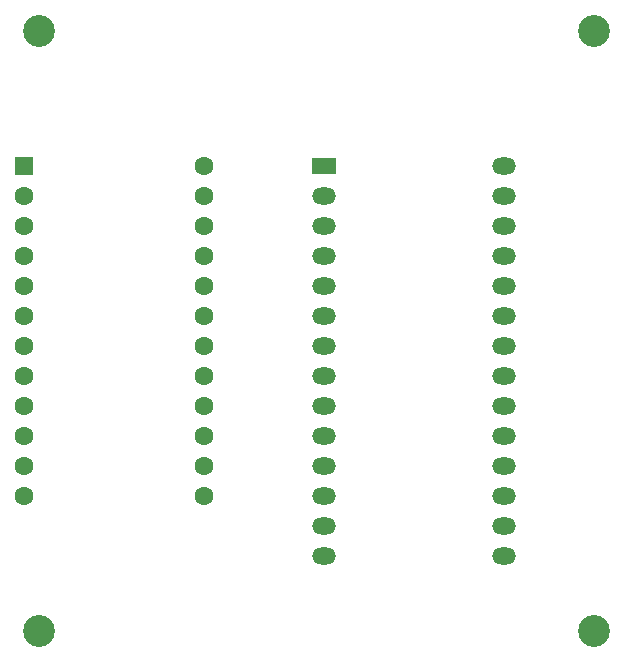
<source format=gts>
%TF.GenerationSoftware,KiCad,Pcbnew,9.0.3-9.0.3-0~ubuntu24.04.1*%
%TF.CreationDate,2025-08-16T22:58:58+09:00*%
%TF.ProjectId,romext-2364,726f6d65-7874-42d3-9233-36342e6b6963,1-2*%
%TF.SameCoordinates,Original*%
%TF.FileFunction,Soldermask,Top*%
%TF.FilePolarity,Negative*%
%FSLAX46Y46*%
G04 Gerber Fmt 4.6, Leading zero omitted, Abs format (unit mm)*
G04 Created by KiCad (PCBNEW 9.0.3-9.0.3-0~ubuntu24.04.1) date 2025-08-16 22:58:58*
%MOMM*%
%LPD*%
G01*
G04 APERTURE LIST*
G04 Aperture macros list*
%AMRoundRect*
0 Rectangle with rounded corners*
0 $1 Rounding radius*
0 $2 $3 $4 $5 $6 $7 $8 $9 X,Y pos of 4 corners*
0 Add a 4 corners polygon primitive as box body*
4,1,4,$2,$3,$4,$5,$6,$7,$8,$9,$2,$3,0*
0 Add four circle primitives for the rounded corners*
1,1,$1+$1,$2,$3*
1,1,$1+$1,$4,$5*
1,1,$1+$1,$6,$7*
1,1,$1+$1,$8,$9*
0 Add four rect primitives between the rounded corners*
20,1,$1+$1,$2,$3,$4,$5,0*
20,1,$1+$1,$4,$5,$6,$7,0*
20,1,$1+$1,$6,$7,$8,$9,0*
20,1,$1+$1,$8,$9,$2,$3,0*%
G04 Aperture macros list end*
%ADD10RoundRect,0.250000X-0.550000X-0.550000X0.550000X-0.550000X0.550000X0.550000X-0.550000X0.550000X0*%
%ADD11C,1.600000*%
%ADD12C,2.700000*%
%ADD13R,2.000000X1.440000*%
%ADD14O,2.000000X1.440000*%
G04 APERTURE END LIST*
D10*
%TO.C,J1*%
X101600000Y-50800000D03*
D11*
X101600000Y-53340000D03*
X101600000Y-55880000D03*
X101600000Y-58420000D03*
X101600000Y-60960000D03*
X101600000Y-63500000D03*
X101600000Y-66040000D03*
X101600000Y-68580000D03*
X101600000Y-71120000D03*
X101600000Y-73660000D03*
X101600000Y-76200000D03*
X101600000Y-78740000D03*
X116840000Y-78740000D03*
X116840000Y-76200000D03*
X116840000Y-73660000D03*
X116840000Y-71120000D03*
X116840000Y-68580000D03*
X116840000Y-66040000D03*
X116840000Y-63500000D03*
X116840000Y-60960000D03*
X116840000Y-58420000D03*
X116840000Y-55880000D03*
X116840000Y-53340000D03*
X116840000Y-50800000D03*
%TD*%
D12*
%TO.C,REF\u002A\u002A*%
X149860000Y-39370000D03*
%TD*%
%TO.C,REF\u002A\u002A*%
X149860000Y-90170000D03*
%TD*%
%TO.C,REF\u002A\u002A*%
X102870000Y-90170000D03*
%TD*%
D13*
%TO.C,U1*%
X127000000Y-50800000D03*
D14*
X127000000Y-53340000D03*
X127000000Y-55880000D03*
X127000000Y-58420000D03*
X127000000Y-60960000D03*
X127000000Y-63500000D03*
X127000000Y-66040000D03*
X127000000Y-68580000D03*
X127000000Y-71120000D03*
X127000000Y-73660000D03*
X127000000Y-76200000D03*
X127000000Y-78740000D03*
X127000000Y-81280000D03*
X127000000Y-83820000D03*
X142240000Y-83820000D03*
X142240000Y-81280000D03*
X142240000Y-78740000D03*
X142240000Y-76200000D03*
X142240000Y-73660000D03*
X142240000Y-71120000D03*
X142240000Y-68580000D03*
X142240000Y-66040000D03*
X142240000Y-63500000D03*
X142240000Y-60960000D03*
X142240000Y-58420000D03*
X142240000Y-55880000D03*
X142240000Y-53340000D03*
X142240000Y-50800000D03*
%TD*%
D12*
%TO.C,REF\u002A\u002A*%
X102870000Y-39370000D03*
%TD*%
M02*

</source>
